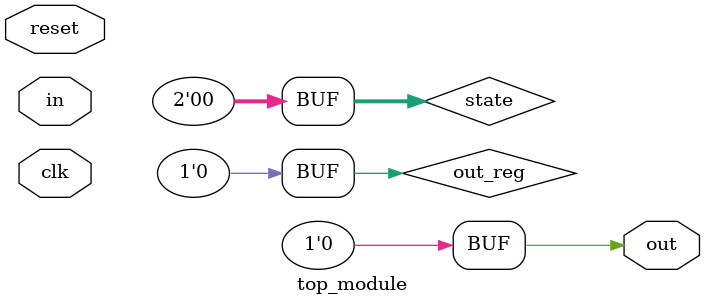
<source format=sv>
module top_module (
	input clk,
	input in,
	input reset,
	output out
);

	// State variables
	reg [1:0] state;
	reg out_reg;

	// Initial state
	assign state = 2'b00;
	assign out = out_reg;

	// Next state logic
	always @(posedge clk or posedge reset) begin
		if (reset) begin
			state <= 2'b00;
		end else begin
			case (state)
				2'b00: begin // State A
					if (in) begin
						state <= 2'b01; // Transition to State B
					end else begin
						state <= 2'b00; // Remain in State A
					end
				end
				2'b01: begin // State B
					if (in) begin
						state <= 2'b01; // Remain in State B
					end else begin
						state <= 2'b10; // Transition to State C
					end
				end
				2'b10: begin // State C
					if (in) begin
						state <= 2'b11; // Transition to State D
					end else begin
						state <= 2'b00; // Transition to State A
					end
				end
				2'b11: begin // State D
					if (in) begin
						state <= 2'b01; // Transition to State B
					end else begin
						state <= 2'b10; // Transition to State C
					end
				end
				default: state <= 2'b00; // Default to State A
			endcase
		end
	end

	// Output logic
	always @(state) begin
		if (state == 2'b11) begin // State D
			out_reg <= 1;
		end else begin
			out_reg <= 0;
		end
	end

endmodule

</source>
